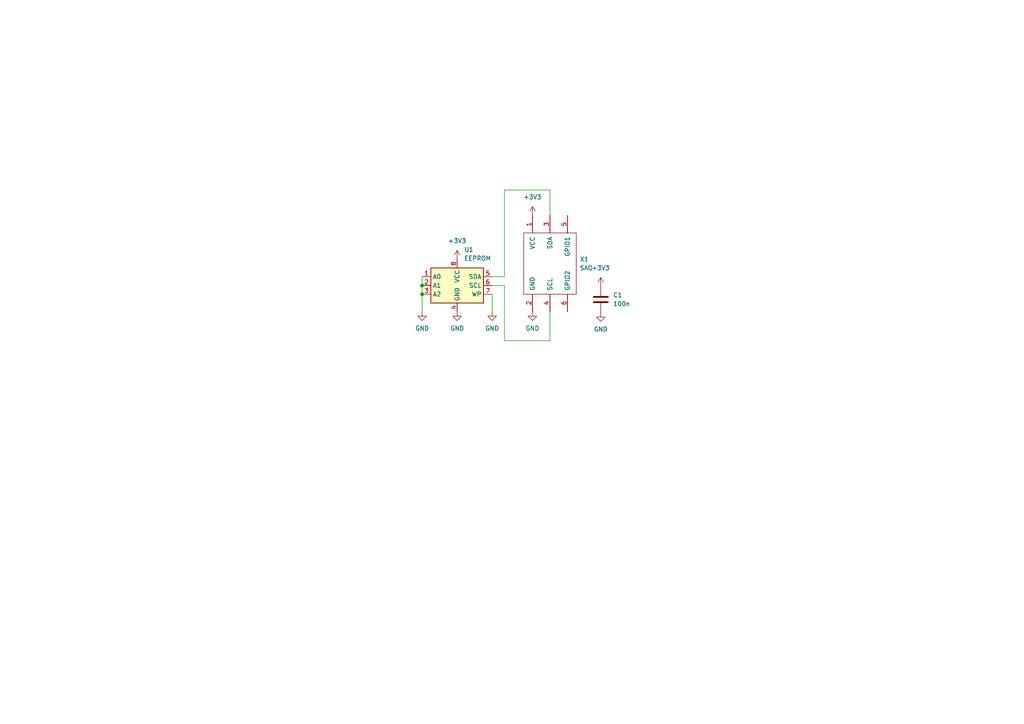
<source format=kicad_sch>
(kicad_sch (version 20231120) (generator "eeschema") (generator_version "8.0")
  (paper "A4")
  (lib_symbols
    (symbol "Device:C" (pin_numbers hide) (pin_names (offset 0.254))
      (property "Reference" "C" (at 0.635 2.54 0))
      (property "Value" "C" (at 0.635 -2.54 0))
      (symbol "C_0_1"
        (polyline (pts (xy -2.032 -0.762) (xy 2.032 -0.762)) (stroke (width 0.508)))
        (polyline (pts (xy -2.032 0.762) (xy 2.032 0.762)) (stroke (width 0.508)))
      )
      (symbol "C_1_1"
        (pin passive line (at 0 3.81 270) (length 2.794) (name "~") (number "1"))
        (pin passive line (at 0 -3.81 90) (length 2.794) (name "~") (number "2"))
      )
    )
    (symbol "Memory_EEPROM:AT24CS64-SSHM"
      (property "Reference" "U" (at -7.62 6.35 0))
      (property "Value" "AT24CS64-SSHM" (at 2.54 -6.35 0))
      (symbol "AT24CS64-SSHM_1_1"
        (rectangle (start -7.62 5.08) (end 7.62 -5.08) (stroke (width 0.254)) (fill (type background)))
        (pin input line (at -10.16 2.54 0) (length 2.54) (name "A0") (number "1"))
        (pin input line (at -10.16 0 0) (length 2.54) (name "A1") (number "2"))
        (pin input line (at -10.16 -2.54 0) (length 2.54) (name "A2") (number "3"))
        (pin power_in line (at 0 -7.62 90) (length 2.54) (name "GND") (number "4"))
        (pin bidirectional line (at 10.16 2.54 180) (length 2.54) (name "SDA") (number "5"))
        (pin input line (at 10.16 0 180) (length 2.54) (name "SCL") (number "6"))
        (pin input line (at 10.16 -2.54 180) (length 2.54) (name "WP") (number "7"))
        (pin power_in line (at 0 7.62 270) (length 2.54) (name "VCC") (number "8"))
      )
    )
    (symbol "badgelife_shitty_addon_v169bis:Badgelife_sao_connector_v169bis" (pin_names (offset 1.016))
      (property "Reference" "X" (at 0 0 0))
      (property "Value" "Badgelife_sao_connector_v169bis" (at 0 20.32 0))
      (symbol "Badgelife_sao_connector_v169bis_0_1"
        (rectangle (start -7.62 8.89) (end 7.62 -8.89))
      )
      (symbol "Badgelife_sao_connector_v169bis_1_1"
        (pin input line (at -5.08 13.97 270) (length 5.08) (name "VCC") (number "1"))
        (pin input line (at -5.08 -13.97 90) (length 5.08) (name "GND") (number "2"))
        (pin input line (at 0 13.97 270) (length 5.08) (name "SDA") (number "3"))
        (pin input line (at 0 -13.97 90) (length 5.08) (name "SCL") (number "4"))
        (pin input line (at 5.08 13.97 270) (length 5.08) (name "GPIO1") (number "5"))
        (pin input line (at 5.08 -13.97 90) (length 5.08) (name "GPIO2") (number "6"))
      )
    )
    (symbol "power:+3.3V" (power) (pin_names (offset 0))
      (property "Value" "+3.3V" (at 0 3.556 0))
      (symbol "+3.3V_0_1"
        (polyline (pts (xy -0.762 1.27) (xy 0 2.54)))
        (polyline (pts (xy 0 0) (xy 0 2.54)))
        (polyline (pts (xy 0 2.54) (xy 0.762 1.27)))
      )
      (symbol "+3.3V_1_1"
        (pin power_in line (at 0 0 90) (length 0) hide (name "+3V3") (number "1"))
      )
    )
    (symbol "power:GND" (power) (pin_names (offset 0))
      (property "Value" "GND" (at 0 -3.81 0))
      (symbol "GND_0_1"
        (polyline (pts (xy 0 0) (xy 0 -1.27) (xy 1.27 -1.27) (xy 0 -2.54) (xy -1.27 -1.27) (xy 0 -1.27)))
      )
      (symbol "GND_1_1"
        (pin power_in line (at 0 0 270) (length 0) hide (name "GND") (number "1"))
      )
    )
  )
  (junction (at 122.428 85.344))
  (junction (at 122.428 82.804))
  (wire (pts (xy 142.748 85.344) (xy 142.748 90.424)))
  (wire (pts (xy 146.304 80.264) (xy 146.304 55.118)))
  (wire (pts (xy 159.512 55.118) (xy 159.512 62.484)))
  (wire (pts (xy 122.428 80.264) (xy 122.428 82.804)))
  (wire (pts (xy 146.304 98.806) (xy 146.304 82.804)))
  (wire (pts (xy 159.512 98.806) (xy 146.304 98.806)))
  (wire (pts (xy 146.304 82.804) (xy 142.748 82.804)))
  (wire (pts (xy 142.748 80.264) (xy 146.304 80.264)))
  (wire (pts (xy 122.428 85.344) (xy 122.428 90.424)))
  (wire (pts (xy 159.512 90.424) (xy 159.512 98.806)))
  (wire (pts (xy 146.304 55.118) (xy 159.512 55.118)))
  (wire (pts (xy 122.428 82.804) (xy 122.428 85.344)))
  (symbol (lib_id "badgelife_shitty_addon_v169bis:Badgelife_sao_connector_v169bis") (at 159.512 76.454 0) (unit 1)
    (property "Reference" "X1" (at 168.148 75.1839 0) (effects (justify left)))
    (property "Value" "SAO" (at 168.148 77.7239 0) (effects (justify left)))
    (property "Footprint" "Connector_PinHeader_2.54mm:PinHeader_2x03_P2.54mm_Vertical_SMD" (effects (hide yes)))
  )
  (symbol (lib_id "power:GND") (at 122.428 90.424 0) (unit 1)
    (property "Reference" "#PWR0103" (effects (hide yes)))
    (property "Value" "GND" (at 122.428 95.25 0))
  )
  (symbol (lib_id "Memory_EEPROM:AT24CS64-SSHM") (at 132.588 82.804 0) (unit 1)
    (property "Reference" "U1" (at 134.6074 72.39 0) (effects (justify left)))
    (property "Value" "EEPROM" (at 134.6074 74.93 0) (effects (justify left)))
    (property "Footprint" "Package_SO:SOIC-8_3.9x4.9mm_P1.27mm" (effects (hide yes)))
    (property "Datasheet" "http://ww1.microchip.com/downloads/en/DeviceDoc/Atmel-8870-SEEPROM-AT24CS64-Datasheet.pdf" (effects (hide yes)))
  )
  (symbol (lib_id "power:GND") (at 154.432 90.424 0) (unit 1)
    (property "Reference" "#PWR0105" (effects (hide yes)))
    (property "Value" "GND" (at 154.432 95.25 0))
  )
  (symbol (lib_id "power:GND") (at 132.588 90.424 0) (unit 1)
    (property "Reference" "#PWR0102" (effects (hide yes)))
    (property "Value" "GND" (at 132.588 95.25 0))
  )
  (symbol (lib_id "power:+3.3V") (at 154.432 62.484 0) (unit 1)
    (property "Reference" "#PWR0101" (effects (hide yes)))
    (property "Value" "+3V3" (at 154.432 57.15 0))
  )
  (symbol (lib_id "Device:C") (at 174.244 86.868 0) (unit 1)
    (property "Reference" "C1" (at 177.8 85.5979 0) (effects (justify left)))
    (property "Value" "100n" (at 177.8 88.1379 0) (effects (justify left)))
    (property "Footprint" "Capacitor_SMD:C_0603_1608Metric" (effects (hide yes)))
  )
  (symbol (lib_id "power:+3.3V") (at 174.244 83.058 0) (unit 1)
    (property "Reference" "#PWR0108" (effects (hide yes)))
    (property "Value" "+3V3" (at 174.244 77.724 0))
  )
  (symbol (lib_id "power:GND") (at 142.748 90.424 0) (unit 1)
    (property "Reference" "#PWR0106" (effects (hide yes)))
    (property "Value" "GND" (at 142.748 95.25 0))
  )
  (symbol (lib_id "power:GND") (at 174.244 90.678 0) (unit 1)
    (property "Reference" "#PWR0107" (effects (hide yes)))
    (property "Value" "GND" (at 174.244 95.504 0))
  )
  (symbol (lib_id "power:+3.3V") (at 132.588 75.184 0) (unit 1)
    (property "Reference" "#PWR0104" (effects (hide yes)))
    (property "Value" "+3V3" (at 132.588 69.85 0))
  )
)
</source>
